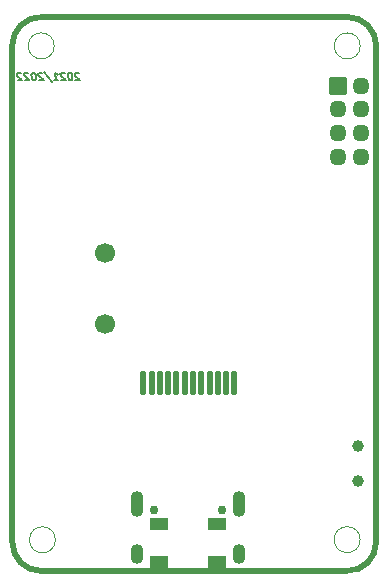
<source format=gbr>
%TF.GenerationSoftware,KiCad,Pcbnew,(6.0.0-rc1-323-gb9e66d8b98)*%
%TF.CreationDate,2021-12-20T00:28:19+08:00*%
%TF.ProjectId,XSense,5853656e-7365-42e6-9b69-6361645f7063,rev?*%
%TF.SameCoordinates,PXb340ac0PY76b1be0*%
%TF.FileFunction,Soldermask,Bot*%
%TF.FilePolarity,Negative*%
%FSLAX46Y46*%
G04 Gerber Fmt 4.6, Leading zero omitted, Abs format (unit mm)*
G04 Created by KiCad (PCBNEW (6.0.0-rc1-323-gb9e66d8b98)) date 2021-12-20 00:28:19*
%MOMM*%
%LPD*%
G01*
G04 APERTURE LIST*
G04 Aperture macros list*
%AMRoundRect*
0 Rectangle with rounded corners*
0 $1 Rounding radius*
0 $2 $3 $4 $5 $6 $7 $8 $9 X,Y pos of 4 corners*
0 Add a 4 corners polygon primitive as box body*
4,1,4,$2,$3,$4,$5,$6,$7,$8,$9,$2,$3,0*
0 Add four circle primitives for the rounded corners*
1,1,$1+$1,$2,$3*
1,1,$1+$1,$4,$5*
1,1,$1+$1,$6,$7*
1,1,$1+$1,$8,$9*
0 Add four rect primitives between the rounded corners*
20,1,$1+$1,$2,$3,$4,$5,0*
20,1,$1+$1,$4,$5,$6,$7,0*
20,1,$1+$1,$6,$7,$8,$9,0*
20,1,$1+$1,$8,$9,$2,$3,0*%
G04 Aperture macros list end*
%TA.AperFunction,Profile*%
%ADD10C,0.500000*%
%TD*%
%TA.AperFunction,Profile*%
%ADD11C,0.100000*%
%TD*%
%ADD12C,0.127000*%
%ADD13RoundRect,0.050000X-0.675000X-0.675000X0.675000X-0.675000X0.675000X0.675000X-0.675000X0.675000X0*%
%ADD14O,1.450000X1.450000*%
%ADD15C,1.700000*%
%ADD16C,0.750000*%
%ADD17O,1.100000X2.200000*%
%ADD18O,1.100000X1.700000*%
%ADD19C,1.000000*%
%ADD20RoundRect,0.050000X0.750000X0.500000X-0.750000X0.500000X-0.750000X-0.500000X0.750000X-0.500000X0*%
%ADD21RoundRect,0.100000X-0.125000X-0.950000X0.125000X-0.950000X0.125000X0.950000X-0.125000X0.950000X0*%
G04 APERTURE END LIST*
D10*
X582946Y2477666D02*
G75*
G03*
X3040002Y4722I2457054J-15839D01*
G01*
X3054640Y46925855D02*
X28951133Y46920051D01*
X31408189Y44447107D02*
X31397105Y2460002D01*
D11*
X4236974Y2650000D02*
G75*
G03*
X4236974Y2650000I-1100000J0D01*
G01*
D10*
X28924161Y2946D02*
G75*
G03*
X31397105Y2460002I15839J2457054D01*
G01*
X3054640Y46925855D02*
G75*
G03*
X581696Y44468799I-15842J-2457051D01*
G01*
D11*
X30051135Y44462946D02*
G75*
G03*
X30051135Y44462946I-1100000J0D01*
G01*
X30040000Y2662946D02*
G75*
G03*
X30040000Y2662946I-1100000J0D01*
G01*
X4138798Y44468804D02*
G75*
G03*
X4138798Y44468804I-1100000J0D01*
G01*
D10*
X582946Y2490000D02*
X581696Y44468799D01*
X31408189Y44447107D02*
G75*
G03*
X28951133Y46920051I-2457054J15839D01*
G01*
X28924161Y2946D02*
X3030000Y4722D01*
D12*
X6229015Y42147262D02*
X6194998Y42177500D01*
X6130742Y42207739D01*
X5979551Y42207739D01*
X5922855Y42177500D01*
X5896396Y42147262D01*
X5873718Y42086786D01*
X5881277Y42026310D01*
X5922855Y41935596D01*
X6331069Y41572739D01*
X5937974Y41572739D01*
X5465504Y42207739D02*
X5405027Y42207739D01*
X5348331Y42177500D01*
X5321873Y42147262D01*
X5299194Y42086786D01*
X5284075Y41965834D01*
X5302974Y41814643D01*
X5348331Y41693691D01*
X5386129Y41633215D01*
X5420146Y41602977D01*
X5484402Y41572739D01*
X5544879Y41572739D01*
X5601575Y41602977D01*
X5628033Y41633215D01*
X5650712Y41693691D01*
X5665831Y41814643D01*
X5646932Y41965834D01*
X5601575Y42086786D01*
X5563777Y42147262D01*
X5529759Y42177500D01*
X5465504Y42207739D01*
X5019492Y42147262D02*
X4985474Y42177500D01*
X4921218Y42207739D01*
X4770027Y42207739D01*
X4713331Y42177500D01*
X4686873Y42147262D01*
X4664194Y42086786D01*
X4671754Y42026310D01*
X4713331Y41935596D01*
X5121545Y41572739D01*
X4728450Y41572739D01*
X4123688Y41572739D02*
X4486545Y41572739D01*
X4305117Y41572739D02*
X4225742Y42207739D01*
X4297557Y42117024D01*
X4365593Y42056548D01*
X4429849Y42026310D01*
X3314819Y42237977D02*
X3961158Y41421548D01*
X3144730Y42147262D02*
X3110712Y42177500D01*
X3046456Y42207739D01*
X2895265Y42207739D01*
X2838569Y42177500D01*
X2812111Y42147262D01*
X2789432Y42086786D01*
X2796992Y42026310D01*
X2838569Y41935596D01*
X3246783Y41572739D01*
X2853688Y41572739D01*
X2381218Y42207739D02*
X2320742Y42207739D01*
X2264045Y42177500D01*
X2237587Y42147262D01*
X2214908Y42086786D01*
X2199789Y41965834D01*
X2218688Y41814643D01*
X2264045Y41693691D01*
X2301843Y41633215D01*
X2335861Y41602977D01*
X2400117Y41572739D01*
X2460593Y41572739D01*
X2517289Y41602977D01*
X2543748Y41633215D01*
X2566426Y41693691D01*
X2581545Y41814643D01*
X2562646Y41965834D01*
X2517289Y42086786D01*
X2479492Y42147262D01*
X2445474Y42177500D01*
X2381218Y42207739D01*
X1935206Y42147262D02*
X1901188Y42177500D01*
X1836932Y42207739D01*
X1685742Y42207739D01*
X1629045Y42177500D01*
X1602587Y42147262D01*
X1579908Y42086786D01*
X1587468Y42026310D01*
X1629045Y41935596D01*
X2037259Y41572739D01*
X1644164Y41572739D01*
X1330444Y42147262D02*
X1296426Y42177500D01*
X1232170Y42207739D01*
X1080980Y42207739D01*
X1024283Y42177500D01*
X997825Y42147262D01*
X975146Y42086786D01*
X982706Y42026310D01*
X1024283Y41935596D01*
X1432498Y41572739D01*
X1039402Y41572739D01*
D10*
X582946Y2477666D02*
G75*
G03*
X3040002Y4722I2457054J-15839D01*
G01*
X3054640Y46925855D02*
X28951133Y46920051D01*
X31408189Y44447107D02*
X31397105Y2460002D01*
D11*
X4236974Y2650000D02*
G75*
G03*
X4236974Y2650000I-1100000J0D01*
G01*
D10*
X28924161Y2946D02*
G75*
G03*
X31397105Y2460002I15839J2457054D01*
G01*
X3054640Y46925855D02*
G75*
G03*
X581696Y44468799I-15842J-2457051D01*
G01*
D11*
X30051135Y44462946D02*
G75*
G03*
X30051135Y44462946I-1100000J0D01*
G01*
X30040000Y2662946D02*
G75*
G03*
X30040000Y2662946I-1100000J0D01*
G01*
X4138798Y44468804D02*
G75*
G03*
X4138798Y44468804I-1100000J0D01*
G01*
D10*
X582946Y2490000D02*
X581696Y44468799D01*
X31408189Y44447107D02*
G75*
G03*
X28951133Y46920051I-2457054J15839D01*
G01*
X28924161Y2946D02*
X3030000Y4722D01*
D12*
X6229015Y42147262D02*
X6194998Y42177500D01*
X6130742Y42207739D01*
X5979551Y42207739D01*
X5922855Y42177500D01*
X5896396Y42147262D01*
X5873718Y42086786D01*
X5881277Y42026310D01*
X5922855Y41935596D01*
X6331069Y41572739D01*
X5937974Y41572739D01*
X5465504Y42207739D02*
X5405027Y42207739D01*
X5348331Y42177500D01*
X5321873Y42147262D01*
X5299194Y42086786D01*
X5284075Y41965834D01*
X5302974Y41814643D01*
X5348331Y41693691D01*
X5386129Y41633215D01*
X5420146Y41602977D01*
X5484402Y41572739D01*
X5544879Y41572739D01*
X5601575Y41602977D01*
X5628033Y41633215D01*
X5650712Y41693691D01*
X5665831Y41814643D01*
X5646932Y41965834D01*
X5601575Y42086786D01*
X5563777Y42147262D01*
X5529759Y42177500D01*
X5465504Y42207739D01*
X5019492Y42147262D02*
X4985474Y42177500D01*
X4921218Y42207739D01*
X4770027Y42207739D01*
X4713331Y42177500D01*
X4686873Y42147262D01*
X4664194Y42086786D01*
X4671754Y42026310D01*
X4713331Y41935596D01*
X5121545Y41572739D01*
X4728450Y41572739D01*
X4123688Y41572739D02*
X4486545Y41572739D01*
X4305117Y41572739D02*
X4225742Y42207739D01*
X4297557Y42117024D01*
X4365593Y42056548D01*
X4429849Y42026310D01*
X3314819Y42237977D02*
X3961158Y41421548D01*
X3144730Y42147262D02*
X3110712Y42177500D01*
X3046456Y42207739D01*
X2895265Y42207739D01*
X2838569Y42177500D01*
X2812111Y42147262D01*
X2789432Y42086786D01*
X2796992Y42026310D01*
X2838569Y41935596D01*
X3246783Y41572739D01*
X2853688Y41572739D01*
X2381218Y42207739D02*
X2320742Y42207739D01*
X2264045Y42177500D01*
X2237587Y42147262D01*
X2214908Y42086786D01*
X2199789Y41965834D01*
X2218688Y41814643D01*
X2264045Y41693691D01*
X2301843Y41633215D01*
X2335861Y41602977D01*
X2400117Y41572739D01*
X2460593Y41572739D01*
X2517289Y41602977D01*
X2543748Y41633215D01*
X2566426Y41693691D01*
X2581545Y41814643D01*
X2562646Y41965834D01*
X2517289Y42086786D01*
X2479492Y42147262D01*
X2445474Y42177500D01*
X2381218Y42207739D01*
X1935206Y42147262D02*
X1901188Y42177500D01*
X1836932Y42207739D01*
X1685742Y42207739D01*
X1629045Y42177500D01*
X1602587Y42147262D01*
X1579908Y42086786D01*
X1587468Y42026310D01*
X1629045Y41935596D01*
X2037259Y41572739D01*
X1644164Y41572739D01*
X1330444Y42147262D02*
X1296426Y42177500D01*
X1232170Y42207739D01*
X1080980Y42207739D01*
X1024283Y42177500D01*
X997825Y42147262D01*
X975146Y42086786D01*
X982706Y42026310D01*
X1024283Y41935596D01*
X1432498Y41572739D01*
X1039402Y41572739D01*
D13*
%TO.C,J2*%
X28150000Y41080000D03*
D14*
X30150000Y41080000D03*
X28150000Y39080000D03*
X30150000Y39080000D03*
X28150000Y37080000D03*
X30150000Y37080000D03*
X28150000Y35080000D03*
X30150000Y35080000D03*
%TD*%
D15*
%TO.C,U8*%
X8450000Y20925000D03*
X8450000Y26925000D03*
%TD*%
D16*
%TO.C,U3*%
X12604000Y5145000D03*
X18384000Y5145000D03*
D17*
X19814000Y5645000D03*
X11174000Y5645000D03*
D18*
X19814000Y1465000D03*
X11174000Y1465000D03*
%TD*%
D19*
%TO.C,SW1*%
X29855000Y7610000D03*
X29855000Y10610000D03*
%TD*%
D20*
%TO.C,D7*%
X17940000Y3960000D03*
X17940000Y760000D03*
X13040000Y760000D03*
X13040000Y3960000D03*
%TD*%
D21*
%TO.C,U7*%
X11690000Y15920000D03*
X12390000Y15920000D03*
X13090000Y15920000D03*
X13790000Y15920000D03*
X14490000Y15920000D03*
X15190000Y15920000D03*
X15890000Y15920000D03*
X16590000Y15920000D03*
X17290000Y15920000D03*
X17990000Y15920000D03*
X18690000Y15920000D03*
X19390000Y15920000D03*
%TD*%
M02*

</source>
